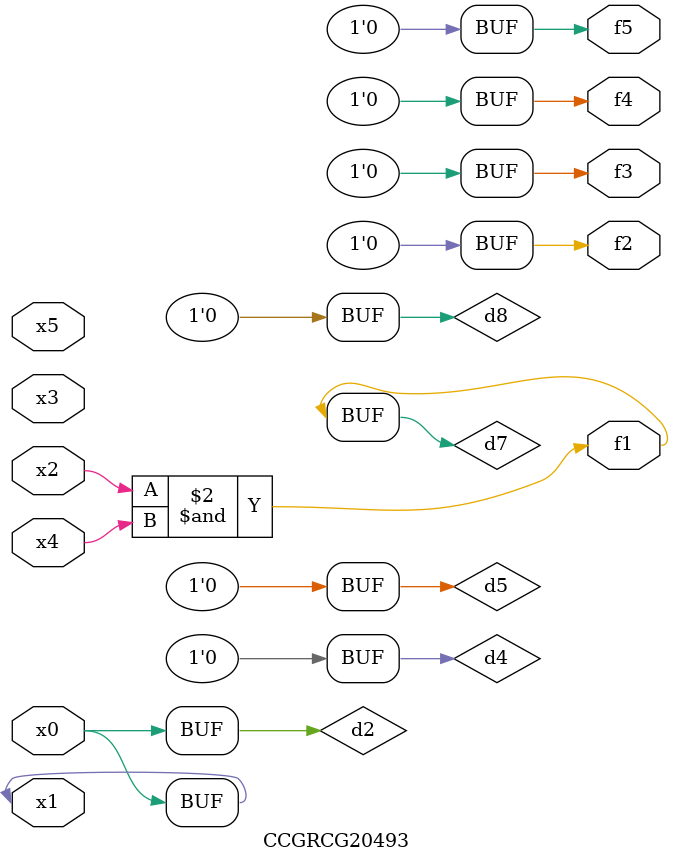
<source format=v>
module CCGRCG20493(
	input x0, x1, x2, x3, x4, x5,
	output f1, f2, f3, f4, f5
);

	wire d1, d2, d3, d4, d5, d6, d7, d8, d9;

	nand (d1, x1);
	buf (d2, x0, x1);
	nand (d3, x2, x4);
	and (d4, d1, d2);
	and (d5, d1, d2);
	nand (d6, d1, d3);
	not (d7, d3);
	xor (d8, d5);
	nor (d9, d5, d6);
	assign f1 = d7;
	assign f2 = d8;
	assign f3 = d8;
	assign f4 = d8;
	assign f5 = d8;
endmodule

</source>
